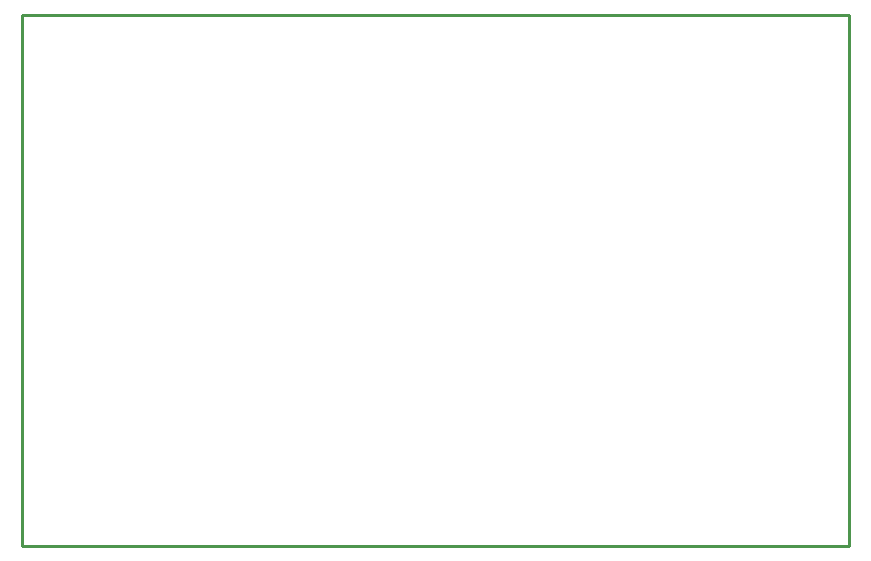
<source format=gko>
G04 Layer: BoardOutlineLayer*
G04 EasyEDA v6.5.42, 2024-06-06 15:11:34*
G04 747d3a1ba2664cf59a20e4d60a0d89bc,449d0d4cb6024136a387a2ed91670e05,10*
G04 Gerber Generator version 0.2*
G04 Scale: 100 percent, Rotated: No, Reflected: No *
G04 Dimensions in millimeters *
G04 leading zeros omitted , absolute positions ,4 integer and 5 decimal *
%FSLAX45Y45*%
%MOMM*%

%ADD10C,0.2540*%
D10*
X7000240Y4250181D02*
G01*
X6999986Y0D01*
X0Y0D01*
X0Y4250207D01*
X0Y4500118D02*
G01*
X0Y4250181D01*
X7000240Y4250181D02*
G01*
X7000240Y4499990D01*
X0Y4499990D01*

%LPD*%
M02*

</source>
